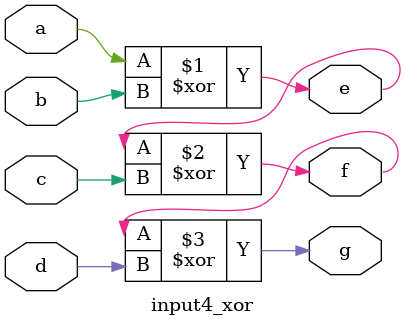
<source format=v>
`timescale 1ns / 1ps


module input4_xor(

input a,b,c,d,
output e,f,g
    );
    
    assign e = a^b;
    assign f = e^c;
    assign g = f^d;
    
endmodule
</source>
